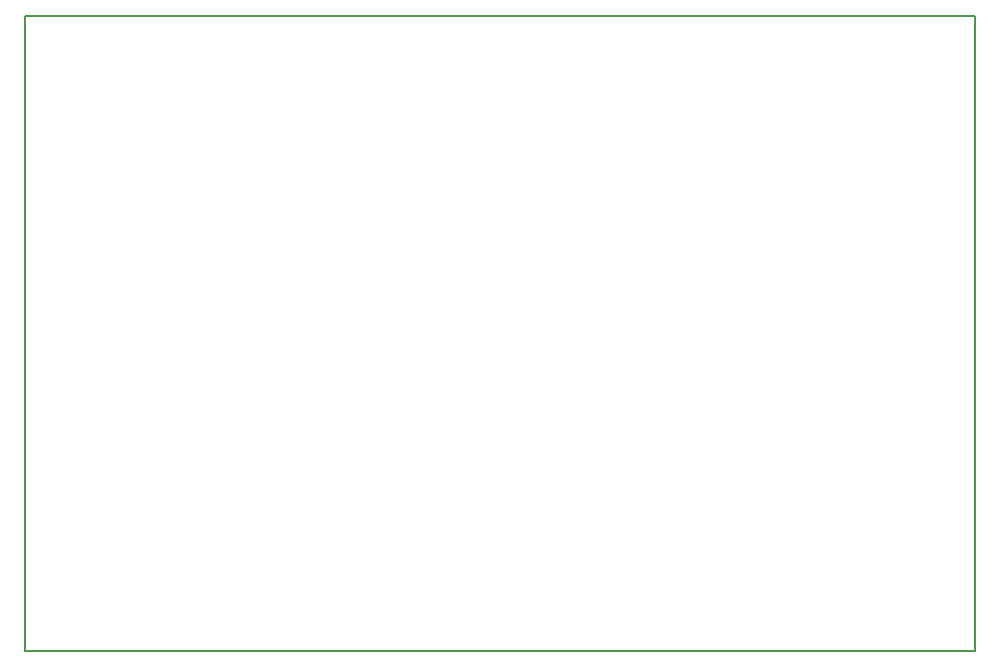
<source format=gbr>
G04 #@! TF.GenerationSoftware,KiCad,Pcbnew,(5.0.2)-1*
G04 #@! TF.CreationDate,2019-02-15T20:24:45+01:00*
G04 #@! TF.ProjectId,PCB_Simon_mount_rev2,5043425f-5369-46d6-9f6e-5f6d6f756e74,rev?*
G04 #@! TF.SameCoordinates,Original*
G04 #@! TF.FileFunction,Profile,NP*
%FSLAX46Y46*%
G04 Gerber Fmt 4.6, Leading zero omitted, Abs format (unit mm)*
G04 Created by KiCad (PCBNEW (5.0.2)-1) date 2019-02-15 20:24:45*
%MOMM*%
%LPD*%
G01*
G04 APERTURE LIST*
%ADD10C,0.150000*%
G04 APERTURE END LIST*
D10*
X13750000Y-67000000D02*
X13750000Y-13250000D01*
X94250000Y-67000000D02*
X13750000Y-67000000D01*
X94250000Y-13250000D02*
X94250000Y-67000000D01*
X13750000Y-13250000D02*
X94250000Y-13250000D01*
M02*

</source>
